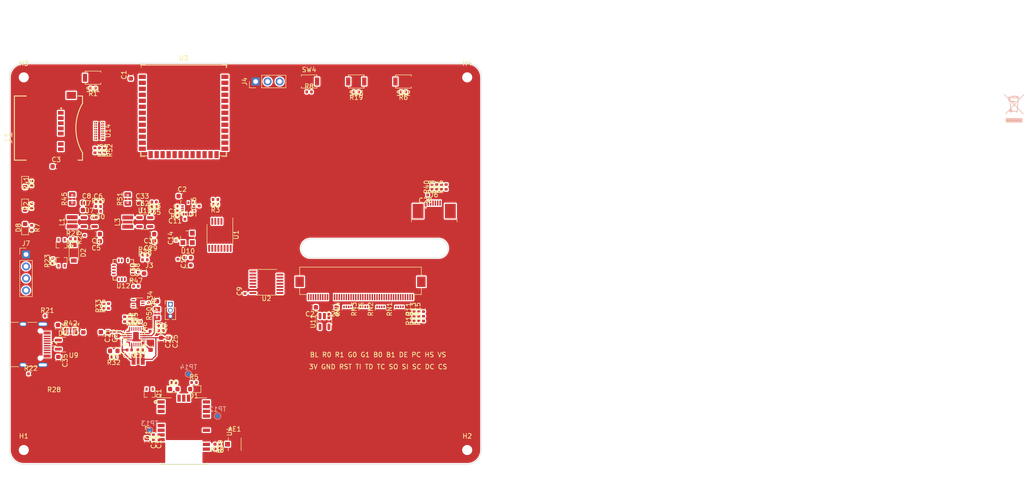
<source format=kicad_pcb>
(kicad_pcb (version 20211014) (generator pcbnew)
  (layers (0 "F.Cu" signal) (1 "In1.Cu" signal) (2 "In2.Cu" signal) (31 "B.Cu" signal) (34 "B.Paste" user) (35 "F.Paste" user) (36 "B.SilkS" user "B.Silkscreen") (37 "F.SilkS" user "F.Silkscreen") (38 "B.Mask" user) (39 "F.Mask" user) (44 "Edge.Cuts" user))
  (net 0 "")
  (net 1 "Net-(C16-Pad1)")
  (net 2 "VBUS")
  (net 3 "VDD_NVDC")
  (net 4 "+BATT")
  (net 5 "/GPS/GPS_RF")
  (net 6 "Net-(C6-Pad1)")
  (net 7 "/GPS/L96_1PPS")
  (net 8 "Net-(D3-Pad1)")
  (net 9 "/GPS/GPS_UART.RX")
  (net 10 "/GPS/GPS_UART.TX")
  (net 11 "VDD_CORE_3V3")
  (net 12 "Net-(C13-Pad1)")
  (net 13 "Net-(C6-Pad2)")
  (net 14 "VDD_AUX_3V3")
  (net 15 "Net-(C31-Pad1)")
  (net 16 "Net-(C10-Pad1)")
  (net 17 "Net-(C10-Pad2)")
  (net 18 "Net-(C31-Pad2)")
  (net 19 "Net-(D1-Pad2)")
  (net 20 "/Display/SYS_I2C.SDA")
  (net 21 "Net-(C23-Pad1)")
  (net 22 "Net-(C37-Pad1)")
  (net 23 "/Display/SYS_I2C.SCL")
  (net 24 "Net-(D3-Pad2)")
  (net 25 "/Power/PORT_D+")
  (net 26 "/Power/PORT_D-")
  (net 27 "Net-(J2-PadA5)")
  (net 29 "Net-(J2-PadB5)")
  (net 31 "Net-(J3-Pad2)")
  (net 32 "Net-(L1-Pad1)")
  (net 33 "/Power/CORE_ENABLE")
  (net 34 "Net-(D5-Pad1)")
  (net 35 "Net-(D7-Pad2)")
  (net 36 "Net-(D8-Pad2)")
  (net 37 "Net-(R19-Pad1)")
  (net 38 "/Power/USB_CHG.D-")
  (net 39 "/Power/USB_CHG.D+")
  (net 40 "/Power/USB_ESP.D-")
  (net 41 "Net-(R31-Pad2)")
  (net 42 "/Power/BOOTSTRAP")
  (net 43 "Net-(J1-Pad1)")
  (net 44 "Net-(J1-Pad2)")
  (net 45 "Net-(J1-Pad3)")
  (net 46 "Net-(R36-Pad2)")
  (net 47 "/Power/USB_ESP.D+")
  (net 48 "Net-(J1-Pad5)")
  (net 49 "Net-(D6-Pad2)")
  (net 50 "Net-(J1-Pad7)")
  (net 51 "/Power/BMS_INT")
  (net 52 "/Processor/NAV_BTN")
  (net 53 "/Processor/BOOT_BTN")
  (net 54 "/Display/IM0")
  (net 55 "/Display/IM1")
  (net 56 "/Display/IM2")
  (net 57 "~{RESET}")
  (net 58 "/Display/LCD_CTRL.VSYNC")
  (net 59 "/Display/LCD_CTRL.HSYNC")
  (net 60 "/Display/LCD_CTRL.PCLK")
  (net 61 "/Display/LCD_CTRL.DE")
  (net 62 "/Display/LCD_RGB.B1")
  (net 63 "/Display/LCD_RGB.B0")
  (net 64 "/Display/LCD_RGB.G2")
  (net 65 "/Display/LCD_RGB.G1")
  (net 66 "/Display/LCD_RGB.G0")
  (net 67 "/Display/LCD_RGB.R2")
  (net 68 "/Display/LCD_RGB.R1")
  (net 69 "/Display/LCD_RGB.R0")
  (net 70 "/Display/LCD_SPI.MISO")
  (net 71 "/Display/DISPLAY_BL")
  (net 72 "Net-(J1-Pad8)")
  (net 73 "/Power/SHUTDOWN")
  (net 74 "/Power/POWER_BUTTON")
  (net 75 "Net-(D5-Pad2)")
  (net 76 "/Display/LCD_SPI.MOSI")
  (net 77 "/Display/RD")
  (net 78 "/GPS/ANT_RF")
  (net 79 "/GPS/MOD_RF")
  (net 86 "/Display/LCD_SPI.SCLK")
  (net 87 "Net-(TP13-Pad1)")
  (net 88 "/Display/LCD_SPI.DC")
  (net 89 "Net-(R34-Pad1)")
  (net 90 "Net-(R36-Pad1)")
  (net 91 "Net-(R44-Pad1)")
  (net 92 "Net-(R46-Pad1)")
  (net 93 "/Power/ISENSE_INT")
  (net 94 "/Display/LCDK4")
  (net 95 "/Display/TOUCH_INT")
  (net 96 "/Display/LCDK3")
  (net 97 "/Display/LCDK2")
  (net 98 "/Display/LCDK1")
  (net 103 "/Power/ISENSE_SDA")
  (net 104 "/Power/ISENSE_SCL")
  (net 105 "Net-(L3-Pad1)")
  (net 106 "/Processor/STATUS_IOEXP0")
  (net 107 "/Processor/STATUS_IOEXP1")
  (net 108 "Net-(R9-Pad1)")
  (net 109 "/Processor/STATUS_ESP")
  (net 110 "/Display/LCD_SPI_CS")
  (net 111 "/Display/LCD_MUX0")
  (net 112 "/Display/LCD_MUX1")
  (net 113 "/Display/LCD_MUX2")
  (net 114 "/GPS/GPS_FIX")
  (net 115 "/GPS/GPS_FORCE_ON")
  (net 116 "/Power/AUX_REG_EN")
  (net 117 "/Processor/IOEXP_INT")
  (net 121 "/Power/VCORE_S-")
  (net 122 "/Power/VCORE_S+")
  (net 123 "/Power/VAUX_S-")
  (net 124 "/Power/VAUX_S+")
  (net 125 "/Power/VBUS_S+")
  (net 126 "/Power/VBUS_S-")
  (net 127 "/Power/VBAT_S-")
  (net 128 "/Power/VBAT_S+")
  (net 129 "/Display/LCD_MUX3")
  (net 130 "/Processor/SDMMC.D1")
  (net 131 "/Processor/SDMMC.D2")
  (net 132 "/Processor/SDMMC.D0")
  (net 133 "/Processor/SDMMC.CLK")
  (net 134 "/Processor/SDMMC.CMD")
  (net 135 "/Processor/SDMMC.D3")
  (net 139 "/Processor/DEBUG_TX")
  (net 140 "/Processor/DEBUG_RX")
  (net 141 "Net-(R50-Pad1)")
  (net 142 "Net-(R52-Pad1)")
  (net 143 "Net-(R53-Pad1)")
  (net 144 "Net-(R54-Pad1)")
  (net 145 "Net-(C35-Pad1)")
  (net 146 "GND")
  (footprint "Resistor_SMD:R_0402_1005Metric" (layer "F.Cu") (at 111.856448 113.259977 90)
    (fp_text reference "R12")
    (fp_text value "100k")
  )
  (footprint "Resistor_SMD:R_0402_1005Metric" (layer "F.Cu") (at 50.6 113.39 -90)
    (fp_text reference "R25")
    (fp_text value "0")
  )
  (footprint "bt_Package_LGA:TE_MS563702BA03-50" (layer "F.Cu") (at 62.85 96.15 90)
    (fp_text reference "U6")
    (fp_text value "MS5637-02BA03")
  )
  (footprint "Resistor_SMD:R_0402_1005Metric" (layer "F.Cu") (at 57.2 114.8 180)
    (fp_text reference "R37")
    (fp_text value "14k")
  )
  (footprint "LED_SMD:LED_0603_1608Metric" (layer "F.Cu") (at 28.4 89.4 -90)
    (fp_text reference "D7")
    (fp_text value "LED_Small_Filled")
  )
  (footprint "Resistor_SMD:R_0402_1005Metric" (layer "F.Cu") (at 43.9 90.5 180)
    (fp_text reference "R30")
    (fp_text value "100k")
  )
  (footprint "Resistor_SMD:R_0402_1005Metric" (layer "F.Cu") (at 117.656448 85.349977 90)
    (fp_text reference "R16")
    (fp_text value "4.7k")
  )
  (footprint "Resistor_SMD:R_0402_1005Metric" (layer "F.Cu") (at 69.16 139.8925 180)
    (fp_text reference "R38")
    (fp_text value "0")
  )
  (footprint "Resistor_SMD:R_0402_1005Metric" (layer "F.Cu") (at 112.856448 111.259977 90)
    (fp_text reference "R15")
    (fp_text value "100k")
  )
  (footprint "Resistor_SMD:R_0402_1005Metric" (layer "F.Cu") (at 43.2 77.6 -90)
    (fp_text reference "R53")
    (fp_text value "0")
  )
  (footprint "Resistor_SMD:R_0402_1005Metric" (layer "F.Cu") (at 53.8 100.8)
    (fp_text reference "R49")
    (fp_text value "0")
  )
  (footprint "Resistor_SMD:R_0402_1005Metric" (layer "F.Cu") (at 110.856448 111.259977 90)
    (fp_text reference "R11")
    (fp_text value "100k")
  )
  (footprint "LED_SMD:LED_0603_1608Metric" (layer "F.Cu") (at 59.9225 128.2)
    (fp_text reference "D5")
    (fp_text value "LED_Small_Filled")
  )
  (footprint "Connector_FFC-FPC:TE_0-1734839-8_1x08-1MP_P0.5mm_Horizontal" (layer "F.Cu") (at 115.125 90.125)
    (fp_text reference "J6")
    (fp_text value "CapTouch")
  )
  (footprint "Inductor_SMD:L_Wuerth_MAPI-2510" (layer "F.Cu") (at 52.3675 121.9)
    (fp_text reference "L2")
    (fp_text value "0.47u")
  )
  (footprint "Resistor_SMD:R_0402_1005Metric" (layer "F.Cu") (at 44.2 77.6 -90)
    (fp_text reference "R54")
    (fp_text value "0")
  )
  (footprint "Connector_PinHeader_2.54mm:PinHeader_1x04_P2.54mm_Vertical" (layer "F.Cu") (at 28.6 99.66)
    (fp_text reference "J7")
    (fp_text value "I2C ISENSE")
  )
  (footprint "Resistor_SMD:R_0402_1005Metric" (layer "F.Cu") (at 51.9 106.4)
    (fp_text reference "R47")
    (fp_text value "0")
  )
  (footprint "Resistor_SMD:R_0402_1005Metric" (layer "F.Cu") (at 60.2 90.4 180)
    (fp_text reference "R9")
    (fp_text value "10k")
  )
  (footprint "Package_TO_SOT_SMD:SOT-323_SC-70" (layer "F.Cu") (at 54.8 129.2 -90)
    (fp_text reference "Q1")
    (fp_text value "Q_NMOS_DGS")
  )
  (footprint "Mounting_Wuerth:Mounting_Wuerth_WA-SMSI-M1.6_H2mm_9774020633" (layer "F.Cu") (at 28.12132 141.12132)
    (fp_text reference "H1")
    (fp_text value "BL")
  )
  (footprint "Package_DFN_QFN:UQFN-16-1EP_4x4mm_P0.65mm_EP2.7x2.7mm" (layer "F.Cu") (at 49.225 102.925 180)
    (fp_text reference "U12")
    (fp_text value "PAC1944")
  )
  (footprint "Resistor_SMD:R_0402_1005Metric" (layer "F.Cu") (at 88.6 65.2)
    (fp_text reference "R8")
    (fp_text value "100k")
  )
  (footprint "Resistor_SMD:R_0402_1005Metric" (layer "F.Cu") (at 57.2 115.8)
    (fp_text reference "R36")
    (fp_text value "14k")
  )
  (footprint "Resistor_SMD:R_0402_1005Metric" (layer "F.Cu") (at 49.5 113.39 -90)
    (fp_text reference "R24")
    (fp_text value "0")
  )
  (footprint "Mounting_Wuerth:Mounting_Wuerth_WA-SMSI-M1.6_H2mm_9774020633" (layer "F.Cu") (at 122.12132 141.12132)
    (fp_text reference "H2")
    (fp_text value "BR")
  )
  (footprint "Resistor_SMD:R_0402_1005Metric" (layer "F.Cu") (at 55.75 89.55 180)
    (fp_text reference "R35")
    (fp_text value "?")
  )
  (footprint "Capacitor_SMD:C_0603_1608Metric" (layer "F.Cu") (at 40.75 115.4 90)
    (fp_text reference "C41")
    (fp_text value "4.7u")
  )
  (footprint "Resistor_SMD:R_0402_1005Metric" (layer "F.Cu") (at 29.8 84.6 90)
    (fp_text reference "R41")
    (fp_text value "1k")
  )
  (footprint "Package_LGA:LGA-16_3x3mm_P0.5mm_LayoutBorder3x5y" (layer "F.Cu") (at 63 89.9 90)
    (fp_text reference "U5")
    (fp_text value "FXOS8700CQR1")
  )
  (footprint "Capacitor_SMD:C_0603_1608Metric" (layer "F.Cu") (at 46 116.9 -90)
    (fp_text reference "C22")
    (fp_text value "4.7u")
  )
  (footprint "Capacitor_SMD:C_0402_1005Metric" (layer "F.Cu") (at 65.3 88.92 90)
    (fp_text reference "C16")
    (fp_text value "0.1u")
  )
  (footprint "Capacitor_SMD:C_0402_1005Metric" (layer "F.Cu") (at 55.6 137.4 90)
    (fp_text reference "C17")
    (fp_text value "0.1u")
  )
  (footprint "Capacitor_SMD:C_0402_1005Metric" (layer "F.Cu") (at 75.006448 107.459977 90)
    (fp_text reference "C9")
    (fp_text value "0.1u")
  )
  (footprint "Resistor_SMD:R_0402_1005Metric" (layer "F.Cu") (at 46.1 110.59 90)
    (fp_text reference "R26")
    (fp_text value "0")
  )
  (footprint "Resistor_SMD:R_Array_Concave_4x0402" (layer "F.Cu") (at 100.256448 111.259977 90)
    (fp_text reference "RN3")
    (fp_text value "100k")
  )
  (footprint "Resistor_SMD:R_0402_1005Metric" (layer "F.Cu") (at 29.8 94 -90)
    (fp_text reference "R7")
    (fp_text value "1k")
  )
  (footprint "Package_TO_SOT_SMD:SOT-23-6" (layer "F.Cu") (at 91.856448 113.859977 90)
    (fp_text reference "U11")
    (fp_text value "AP2502")
  )
  (footprint "Connector_FFC-FPC:Hirose_FH12-45S-0.5SH_1x45-1MP_P0.50mm_Horizontal" (layer "F.Cu") (at 99.5 106.85 180)
    (fp_text reference "J5")
    (fp_text value "Conn_01x45_Shielded")
  )
  (footprint "Resistor_SMD:R_0402_1005Metric" (layer "F.Cu") (at 114.656448 85.349977 90)
    (fp_text reference "R40")
    (fp_text value "4.7k")
  )
  (footprint "Resistor_SMD:R_0402_1005Metric" (layer "F.Cu") (at 68.65 140.39 -90)
    (fp_text reference "R39")
    (fp_text value "0")
  )
  (footprint "Diode_SMD:D_SOD-123" (layer "F.Cu") (at 38.7375 99.3 -90)
    (fp_text reference "D2")
    (fp_text value "MBR0540")
  )
  (footprint "Resistor_SMD:R_0402_1005Metric" (layer "F.Cu") (at 55.75 90.55)
    (fp_text reference "R43")
    (fp_text value "100k")
  )
  (footprint "Resistor_SMD:R_0402_1005Metric" (layer "F.Cu") (at 43.9 89.5)
    (fp_text reference "R29")
    (fp_text value "?")
  )
  (footprint "Capacitor_SMD:C_0603_1608Metric" (layer "F.Cu") (at 41.425 90.25)
    (fp_text reference "C7")
    (fp_text value "10u")
  )
  (footprint "Mounting_Wuerth:Mounting_Wuerth_WA-SMSI-M1.6_H2mm_9774020633" (layer "F.Cu") (at 28.12132 62.12132)
    (fp_text reference "H3")
    (fp_text value "TL")
  )
  (footprint "Capacitor_SMD:C_0603_1608Metric" (layer "F.Cu") (at 53.25 88.75)
    (fp_text reference "C33")
    (fp_text value "10u")
  )
  (footprint "bt_Connector_uSD:GCT_MEM2067-02-180-00-A_REVB" (layer "F.Cu") (at 33.35 72.875 90)
    (fp_text reference "J1")
    (fp_text value "MEM2067")
  )
  (footprint "Capacitor_SMD:C_0603_1608Metric" (layer "F.Cu") (at 55 95.35 180)
    (fp_text reference "C30")
    (fp_text value "1u")
  )
  (footprint "Resistor_SMD:R_0402_1005Metric" (layer "F.Cu") (at 29.8 89.4 90)
    (fp_text reference "R2")
    (fp_text value "1k")
  )
  (footprint "Capacitor_SMD:C_0603_1608Metric" (layer "F.Cu") (at 50.8 61.6 90)
    (fp_text reference "C1")
    (fp_text value "4.7u")
  )
  (footprint "Capacitor_SMD:C_0603_1608Metric" (layer "F.Cu") (at 43.47 96.854 180)
    (fp_text reference "C5")
    (fp_text value "4.7u")
  )
  (footprint "Resistor_SMD:R_0402_1005Metric" (layer "F.Cu") (at 34.2875 101.05 90)
    (fp_text reference "R23")
    (fp_text value "100k")
  )
  (footprint "Button_Switch_SMD:SW_SPST_B3U-1000P" (layer "F.Cu") (at 108.6 63 180)
    (fp_text reference "SW2")
    (fp_text value "BOOT")
  )
  (footprint "Button_Switch_SMD:SW_SPST_B3U-1000P" (layer "F.Cu") (at 98.6 63 180)
    (fp_text reference "SW3")
    (fp_text value "POWER")
  )
  (footprint "Capacitor_SMD:C_0603_1608Metric" (layer "F.Cu") (at 55 96.9 180)
    (fp_text reference "C29")
    (fp_text value "4.7u")
  )
  (footprint "Mounting_Wuerth:Mounting_Wuerth_WA-SMSI-M1.6_H2mm_9774020633" (layer "F.Cu") (at 122.12132 62.12132)
    (fp_text reference "H4")
    (fp_text value "TR")
  )
  (footprint "bt_Resistor:R_0805_4WKelvin" (layer "F.Cu") (at 38.38 87.885 90)
    (fp_text reference "R45")
    (fp_text value "R_Shunt")
  )
  (footprint "Resistor_SMD:R_0402_1005Metric" (layer "F.Cu") (at 110.856448 113.259977 90)
    (fp_text reference "R10")
    (fp_text value "100k")
  )
  (footprint "Capacitor_SMD:C_0402_1005Metric" (layer "F.Cu") (at 60.2 91.4 180)
    (fp_text reference "C11")
    (fp_text value "0.1u")
  )
  (footprint "Package_DFN_QFN:TDFN-8-1EP_2x2mm_P0.5mm_EP0.8x1.2mm" (layer "F.Cu") (at 52.3495 110 180)
    (fp_text reference "U9")
    (fp_text value "MAX17048G")
  )
  (footprint "Capacitor_SMD:C_0603_1608Metric" (layer "F.Cu") (at 43.47 95.33525 180)
    (fp_text reference "C4")
    (fp_text value "1u")
  )
  (footprint "Package_TO_SOT_SMD:SOT-323_SC-70" (layer "F.Cu") (at 36.1375 97.55 -90)
    (fp_text reference "Q3")
    (fp_text value "Q_NMOS_DGS")
  )
  (footprint "Capacitor_SMD:C_0402_1005Metric" (layer "F.Cu") (at 60.2 89.4 180)
    (fp_text reference "C12")
    (fp_text value "0.1u")
  )
  (footprint "Package_LGA:VLGA-4_2x2.5mm_P1.65mm" (layer "F.Cu") (at 62.9 101.15)
    (fp_text reference "U10")
    (fp_text value "LTR-329ALS-01")
  )
  (footprint "Connector_PinHeader_1.27mm:PinHeader_1x03_P1.27mm_Vertical" (layer "F.Cu") (at 59.2 110.225)
    (fp_text reference "J3")
    (fp_text value "BATTERY")
  )
  (footprint "Resistor_SMD:R_0402_1005Metric" (layer "F.Cu") (at 42.8 64.4 180)
    (fp_text reference "R1")
    (fp_text value "100k")
  )
  (footprint "Resistor_SMD:R_0402_1005Metric" (layer "F.Cu") (at 64.2 126.8)
    (fp_text reference "R5")
    (fp_text value "1k")
  )
  (footprint "Capacitor_SMD:C_0603_1608Metric" (layer "F.Cu") (at 54.2 139.4 -90)
    (fp_text reference "C18")
    (fp_text value "4.7u")
  )
  (footprint "Package_SO:TSSOP-16_4.4x5mm_P0.65mm" (layer "F.Cu") (at 69.7 95.5 -90)
    (fp_text reference "U1")
    (fp_text value "PI4IOE5V9554A")
  )
  (footprint "Resistor_SMD:R_0402_1005Metric" (layer "F.Cu") (at 98.6 65.2 180)
    (fp_text reference "R19")
    (fp_text value "100k")
  )
  (footprint "Resistor_SMD:R_0402_1005Metric" (layer "F.Cu") (at 45.2 77.6 -90)
    (fp_text reference "R52")
    (fp_text value "0")
  )
  (footprint "Resistor_SMD:R_0402_1005Metric" (layer "F.Cu") (at 51.7 113.39 90)
    (fp_text reference "R34")
    (fp_text value "14k")
  )
  (footprint "Resistor_SMD:R_0402_1005Metric" (layer "F.Cu") (at 53.8 99.79)
    (fp_text reference "R48")
    (fp_text value "0")
  )
  (footprint "Package_TO_SOT_SMD:SOT-323_SC-70" (layer "F.Cu") (at 36.1375 101.05 90)
    (fp_text reference "Q2")
    (fp_text value "Q_NMOS_DGS")
  )
  (footprint "Capacitor_SMD:C_0603_1608Metric" (layer "F.Cu") (at 48 117.7 -90)
    (fp_text reference "C23")
    (fp_text value "10u")
  )
  (footprint "Resistor_SMD:R_0402_1005Metric" (layer "F.Cu") (at 52.8 119.9 180)
    (fp_text reference "R31")
    (fp_text value "1k")
  )
  (footprint "Resistor_SMD:R_0402_1005Metric" (layer "F.Cu") (at 47.2 121.4 180)
    (fp_text reference "R32")
    (fp_text value "1k")
  )
  (footprint "LED_SMD:LED_0603_1608Metric" (layer "F.Cu") (at 28.4 94 90)
    (fp_text reference "D8")
    (fp_text value "LED_Small_Filled")
  )
  (footprint "bt_Resistor:R_0805_4WKelvin" (layer "F.Cu") (at 56.35 112.2 90)
    (fp_text reference "R50")
    (fp_text value "R_Shunt")
  )
  (footprint "Capacitor_SMD:C_0402_1005Metric" (layer "F.Cu") (at 113.256448 87.059977 180)
    (fp_text reference "C28")
    (fp_text value "0.1u")
  )
  (footprint "LED_SMD:LED_0603_1608Metric" (layer "F.Cu") (at 64.18 128.2 180)
    (fp_text reference "D1")
    (fp_text value "LED_Small_Filled")
  )
  (footprint "Capacitor_SMD:C_0402_1005Metric" (layer "F.Cu") (at 43.9 88.5)
    (fp_text reference "C6")
    (fp_text value "10p")
  )
  (footprint "Capacitor_SMD:C_0402_1005Metric" (layer "F.Cu") (at 60.8 101.15 -90)
    (fp_text reference "C15")
    (fp_text value "0.1u")
  )
  (footprint "Capacitor_SMD:C_0402_1005Metric" (layer "F.Cu") (at 55.75 88.55 180)
    (fp_text reference "C31")
    (fp_text value "10p")
  )
  (footprint "Package_TO_SOT_SMD:SOT-23-5" (layer "F.Cu") (at 42 92.8)
    (fp_text reference "U7")
    (fp_text value "TLV62569DBV/AP3428")
  )
  (footprint "Capacitor_SMD:C_0603_1608Metric" (layer "F.Cu") (at 61.7 87.3)
    (fp_text reference "C2")
    (fp_text value "4.7u")
  )
  (footprint "Capacitor_SMD:C_0603_1608Metric" (layer "F.Cu") (at 53.25 90.3)
    (fp_text reference "C32")
    (fp_text value "10u")
  )
  (footprint "Capacitor_SMD:C_0402_1005Metric" (layer "F.Cu") (at 60.425 96.1875 90)
    (fp_text reference "C14")
    (fp_text value "0.1u")
  )
  (footprint "Capacitor_SMD:C_0603_1608Metric" (layer "F.Cu") (at 57.25 118.1 -90)
    (fp_text reference "C24")
    (fp_text value "10u")
  )
  (footprint "Connector_PinHeader_2.54mm:PinHeader_1x03_P2.54mm_Vertical" (layer "F.Cu") (at 77.275 63 90)
    (fp_text reference "J4")
    (fp_text value "Debug UART")
  )
  (footprint "Resistor_SMD:R_Array_Concave_4x0402" (layer "F.Cu") (at 107.756448 111.259977 90)
    (fp_text reference "RN1")
    (fp_text value "100k")
  )
  (footprint "bt_Espressif:ESP32-S3-WROOM-1U" (layer "F.Cu") (at 62 69)
    (fp_text reference "U3")
    (fp_text value "ESP32-S3-WROOM-1-PinOrder")
  )
  (footprint "Resistor_SMD:R_0402_1005Metric" (layer "F.Cu") (at 38.5375 96.35)
    (fp_text reference "R27")
    (fp_text value "100k")
  )
  (footprint "Capacitor_SMD:C_0603_1608Metric" (layer "F.Cu") (at 55 119.1 90)
    (fp_text reference "C37")
    (fp_text value "10u")
  )
  (footprint "Capacitor_SMD:C_0402_1005Metric" (layer "F.Cu") (at 62.75 92.2)
    (fp_text reference "C13")
    (fp_text value "0.1u")
  )
  (footprint "bt_Module_GPS:Quectel_L96-M33" (layer "F.Cu") (at 62.0375 137.125)
    (fp_text reference "U4")
    (fp_text value "L96-M33")
  )
  (footprint "Capacitor_SMD:C_0603_1608Metric" (layer "F.Cu") (at 41.425 88.725)
    (fp_text reference "C8")
    (fp_text value "10u")
  )
  (footprint "Capacitor_SMD:C_0603_1608Metric" (layer "F.Cu") (at 35 81)
    (fp_text reference "C3")
    (fp_text value "4.7u")
  )
  (footprint "Capacitor_SMD:C_0603_1608Metric" (layer "F.Cu") (at 89.256448 110.859977 180)
    (fp_text reference "C27")
    (fp_text value "1u")
  )
  (footprint "bt_Package_DFN:UDFN-16-4x1.6_P0.5mm_EP3x0.5mm" (layer "F.Cu") (at 44.1 73.475 90)
    (fp_text reference "U14")
    (fp_text value "EClamp2410P")
  )
  (footprint "Package_TO_SOT_SMD:SOT-23" (layer "F.Cu") (at 36.37882 118.77)
    (fp_text reference "D4")
    (fp_text value "PESD3V3L2UM")
  )
  (footprint "Resistor_SMD:R_0402_1005Metric" (layer "F.Cu") (at 111.856448 111.259977 90)
    (fp_text reference "R13")
    (fp_text value "100k")
  )
  (footprint "Capacitor_SMD:C_0402_1005Metric" (layer "F.Cu") (at 52.425 102.925 90)
    (fp_text reference "C39")
    (fp_text value "0.1u")
  )
  (footprint "Resistor_SMD:R_0402_1005Metric" (layer "F.Cu") (at 59.9025 126.8 180)
    (fp_text reference "R28")
    (fp_text value "1k")
  )
  (footprint "Capacitor_SMD:C_0402_1005Metric" (layer "F.Cu") (at 55.6 139.4 -90)
    (fp_text reference "C19")
    (fp_text value "0.1u")
  )
  (footprint "Capacitor_SMD:C_0402_1005Metric" (layer "F.Cu") (at 54.5495 110.35 -90)
    (fp_text reference "C20")
    (fp_text value "0.1u")
  )
  (footprint "Package_TO_SOT_SMD:SOT-23-5" (layer "F.Cu") (at 53.8 92.8)
    (fp_text reference "U13")
    (fp_text value "TLV62569DBV/AP3428")
  )
  (footprint "bt_Package_QFN:MP_QFN-26-3.5x3.5_P0.45mm" (layer "F.Cu") (at 51.9 117.1)
    (fp_text reference "U8")
    (fp_text value "MP2723")
  )
  (footprint "Resistor_SMD:R_0402_1005Metric" (layer "F.Cu") (at 52.8 113.39 90)
    (fp_text reference "R44")
    (fp_text value "0")
  )
  (footprint "Button_Switch_SMD:SW_SPST_B3U-1000P" (layer "F.Cu") (at 88.6 63)
    (fp_text reference "SW4")
    (fp_text value "NAV")
  )
  (footprint "Capacitor_SMD:C_0603_1608Metric" (layer "F.Cu") (at 56.35 108.8 90)
    (fp_text reference "C34")
    (fp_text value "10u")
  )
  (footprint "bt_Resistor:R_0805_4WKelvin" (layer "F.Cu") (at 38.05 115.925)
    (fp_text reference "R42")
    (fp_text value "R_Shunt")
  )
  (footprint "Resistor_SMD:R_0402_1005Metric" (layer "F.Cu") (at 54.9 115.4 90)
    (fp_text reference "R46")
    (fp_text value "0")
  )
  (footprint "bt_Resistor:R_0805_4WKelvin" (layer "F.Cu") (at 50.15 87.91 90)
    (fp_text reference "R51")
    (fp_text value "R_Shunt")
  )
  (footprint "Inductor_SMD:L_Wuerth_MAPI-2510" (layer "F.Cu") (at 38.375 92.75 90)
    (fp_text reference "L1")
    (fp_text value "1u")
  )
  (footprint "Capacitor_SMD:C_0603_1608Metric" (layer "F.Cu") (at 35.45 122.15 -90)
    (fp_text reference "C35")
    (fp_text value "4.7u")
  )
  (footprint "Resistor_SMD:R_0402_1005Metric" (layer "F.Cu") (at 115.656448 85.349977 90)
    (fp_text reference "R18")
    (fp_text value "4.7k")
  )
  (footprint "Connector_Coaxial:U.FL_Hirose_U.FL-R-SMT-1_Vertical" (layer "F.Cu") (at 72.36 139.8925)
    (fp_text reference "AE1")
    (fp_text value "Antenna_Shield")
  )
  (footprint "Resistor_SMD:R_0402_1005Metric" (layer "F.Cu") (at 68.75 88 180)
    (fp_text reference "R4")
    (fp_text value "4.7k")
  )
  (footprint "Resistor_SMD:R_0402_1005Metric" (layer "F.Cu") (at 112.856448 113.259977 90)
    (fp_text reference "R14")
    (fp_text value "100k")
  )
  (footprint "Resistor_SMD:R_0402_1005Metric" (layer "F.Cu") (at 41.03 96.128 90)
    (fp_text reference "R20")
    (fp_text value "100k")
  )
  (footprint "LED_SMD:LED_0603_1608Metric" (layer "F.Cu") (at 47.2 120.1 180)
    (fp_text reference "D3")
    (fp_text value "LED_Small_Filled")
  )
  (footprint "Capacitor_SMD:C_0603_1608Metric" (layer "F.Cu") (at 35.35 115.4 -90)
    (fp_text reference "C36")
    (fp_text value "4.7u")
  )
  (footprint "Inductor_SMD:L_Wuerth_MAPI-2510" (layer "F.Cu") (at 50.15 92.8 90)
    (fp_text reference "L3")
    (fp_text value "1u")
  )
  (footprint "Resistor_SMD:R_Array_Concave_4x0402" (layer "F.Cu") (at 96.756448 111.259977 90)
    (fp_text reference "RN4")
    (fp_text value "100k")
  )
  (footprint "Capacitor_SMD:C_0402_1005Metric" (layer "F.Cu") (at 50.5 119.9 180)
    (fp_text reference "C10")
    (fp_text value "0.1u")
  )
  (footprint "LED_SMD:LED_0603_1608Metric" (layer "F.Cu") (at 28.4 84.6 -90)
    (fp_text reference "D6")
    (fp_text value "LED_Small_Filled")
  )
  (footprint "Capacitor_SMD:C_0603_1608Metric" (layer "F.Cu") (at 53.625 102.925 90)
    (fp_text reference "C38")
    (fp_text value "4.7u")
  )
  (footprint "Resistor_SMD:R_Array_Concave_4x0402" (layer "F.Cu") (at 103.756448 111.259977 90)
    (fp_text reference "RN2")
    (fp_text value "100k")
  )
  (footprint "Resistor_SMD:R_0402_1005Metric" (layer "F.Cu") (at 45.1 110.59 90)
    (fp_text reference "R33")
    (fp_text value "0")
  )
  (footprint "Resistor_SMD:R_0402_1005Metric" (layer "F.Cu") (at 108.6 65.2 180)
    (fp_text reference "R6")
    (fp_text value "100k")
  )
  (footprint "Capacitor_SMD:C_0603_1608Metric" (layer "F.Cu") (at 58.8 118.1 -90)
    (fp_text reference "C25")
    (fp_text value "10u")
  )
  (footprint "Resistor_SMD:R_0402_1005Metric" (layer "F.Cu") (at 68.75 89.063 180)
    (fp_text reference "R3")
    (fp_text value "4.7k")
  )
  (footprint "Package_SO:TSSOP-16_4.4x5mm_P0.65mm" (layer "F.Cu") (at 79.556448 105.559977 180)
    (fp_text reference "U2")
    (fp_text value "74CBTLV3257")
  )
  (footprint "Capacitor_SMD:C_0603_1608Metric" (layer "F.Cu") (at 44.45 116.9 -90)
    (fp_text reference "C21")
    (fp_text value "4.7u")
  )
  (footprint "Capacitor_SMD:C_0603_1608Metric" (layer "F.Cu") (at 93.656448 110.859977 180)
    (fp_text reference "C26")
    (fp_text value "1u")
  )
  (footprint "Resistor_SMD:R_0402_1005Metric" (layer "F.Cu") (at 116.656448 85.349977 90)
    (fp_text reference "R17")
    (fp_text value "4.7k")
  )
  (footprint "Resistor_SMD:R_0402_1005Metric" (layer "F.Cu") (at 29.62882 124.9625)
    (fp_text reference "R22")
    (fp_text value "0")
  )
  (footprint "Button_Switch_SMD:SW_SPST_B3U-1000P" (layer "F.Cu") (at 42.8 62.2 180)
    (fp_text reference "SW1")
    (fp_text value "RESET")
  )
  (footprint "Connector_USB:USB_C_Receptacle_HRO_TYPE-C-31-M-12" (layer "F.Cu") (at 29.02882 118.75 -90)
    (fp_text reference "J2")
    (fp_text value "USB_C_Receptacle_USB2.0")
  )
  (footprint "Resistor_SMD:R_0402_1005Metric" (layer "F.Cu") (at 33.12882 112.7)
    (fp_text reference "R21")
    (fp_text value "0")
  )
  (footprint "TestPoint:TestPoint_Pad_D1.0mm" (layer "B.Cu") (at 69.2 133.925 180)
    (fp_text reference "TP12")
    (fp_text value "GPS_RST")
  )
  (footprint "TestPoint:TestPoint_Pad_D1.0mm" (layer "B.Cu") (at 54.8 136.925 180)
    (fp_text reference "TP13")
    (fp_text value "GPS_INT")
  )
  (footprint "TestPoint:TestPoint_Pad_D1.0mm" (layer "B.Cu") (at 63.0375 125 180)
    (fp_text reference "TP14")
    (fp_text value "GPS_FON")
  )
  (footprint "Symbol:WEEE-Logo_4.2x6mm_SilkScreen" (layer "B.Cu") (at 238.05 68.65 180)
    (fp_text reference "N6" hide)
    (fp_text value "Display Board" hide)
  )
  (gr_line locked (start 116.035442 100.359174) (end 88.877455 100.36078) (layer "Edge.Cuts") (width 0.1))
  (gr_arc (start 25.12132 62.12132) (mid 26 60) (end 28.12132 59.12132) (layer "Edge.Cuts") (width 0.1))
  (gr_arc locked (start 86.877455 98.36078) (mid 87.463182 96.946508) (end 88.877455 96.36078) (layer "Edge.Cuts") (width 0.1))
  (gr_arc (start 122.12132 59.12132) (mid 124.24264 60) (end 125.12132 62.12132) (layer "Edge.Cuts") (width 0.1))
  (gr_arc locked (start 88.877455 100.36078) (mid 87.463207 99.775026) (end 86.877455 98.36078) (layer "Edge.Cuts") (width 0.1))
  (gr_arc locked (start 118.035442 98.359174) (mid 117.449598 99.773329) (end 116.035442 100.359174) (layer "Edge.Cuts") (width 0.1))
  (gr_arc (start 28.12132 144.12132) (mid 25.99998 143.242649) (end 25.12132 141.12132) (layer "Edge.Cuts") (width 0.1))
  (gr_arc locked (start 116.035442 96.359174) (mid 117.449631 96.944987) (end 118.035442 98.359174) (layer "Edge.Cuts") (width 0.1))
  (gr_line locked (start 88.877455 96.36078) (end 116.035442 96.359174) (layer "Edge.Cuts") (width 0.1))
  (gr_line (start 25.12132 141.12132) (end 25.12132 62.12132) (layer "Edge.Cuts") (width 0.1))
  (gr_line (start 122.12132 59.12132) (end 28.12132 59.12132) (layer "Edge.Cuts") (width 0.1))
  (gr_arc (start 125.12132 141.12132) (mid 124.242634 143.242634) (end 122.12132 144.12132) (layer "Edge.Cuts") (width 0.1))
  (gr_line (start 125.12132 141.12132) (end 125.12132 62.12132) (layer "Edge.Cuts") (width 0.1))
  (gr_line (start 122.12132 144.12132) (end 28.12132 144.12132) (layer "Edge.Cuts") (width 0.1))
  (gr_text "3V GND RST TI TD TC SO SI SC DC CS" (at 103.225 123.475) (layer "F.SilkS") (effects (font (size 1 1))))
  (gr_text "BL R0 R1 G0 G1 B0 B1 DE PC HS VS" (at 103.225 120.925) (layer "F.SilkS") (effects (font (size 1 1))))
  (segment (start 50.45 116.425) (end 49.025 116.425) (width 0.25) (layer "F.Cu") (net 2))
  (segment (start 46.025 116.1) (end 46 116.125) (width 0.25) (layer "F.Cu") (net 2))
  (segment (start 49.025 116.425) (end 48.7 116.1) (width 0.25) (layer "F.Cu") (net 2))
  (segment (start 48.7 116.1) (end 46.025 116.1) (width 0.25) (layer "F.Cu") (net 2))
  (segment (start 56.125 121.075) (end 56.125 117.325) (width 0.25) (layer "F.Cu") (net 3))
  (segment (start 55.3 121.9) (end 56.125 121.075) (width 0.25) (layer "F.Cu") (net 3))
  (segment (start 53.35 117.325) (end 56.125 117.325) (width 0.25) (layer "F.Cu") (net 3))
  (segment (start 56.125 117.325) (end 56.8 117.325) (width 0.25) (layer "F.Cu") (net 3))
  (segment (start 58.35 117.325) (end 56.8 117.325) (width 0.25) (layer "F.Cu") (net 3))
  (segment (start 53.3425 121.9) (end 55.3 121.9) (width 0.25) (layer "F.Cu") (net 3))
  (segment (start 51 119.88) (end 50.98 119.9) (width 0.25) (layer "F.Cu") (net 16))
  (segment (start 51 118.75) (end 51 119.88) (width 0.25) (layer "F.Cu") (net 16))
  (segment (start 49 117.6) (end 49 119.8) (width 0.25) (layer "F.Cu") (net 17))
  (segment (start 50.45 117.325) (end 49.275 117.325) (width 0.25) (layer "F.Cu") (net 17))
  (segment (start 49.1 119.9) (end 49 119.8) (width 0.25) (layer "F.Cu") (net 17))
  (segment (start 49 119.8) (end 49 120.2) (width 0.25) (layer "F.Cu") (net 17))
  (segment (start 50.7 121.9) (end 50.0425 121.2425) (width 0.25) (layer "F.Cu") (net 17))
  (segment (start 49.275 117.325) (end 49 117.6) (width 0.25) (layer "F.Cu") (net 17))
  (segment (start 49 120.2) (end 50.7 121.9) (width 0.25) (layer "F.Cu") (net 17))
  (segment (start 50.02 119.9) (end 49.1 119.9) (width 0.25) (layer "F.Cu") (net 17))
  (segment (start 51.3925 121.9) (end 50.7 121.9) (width 0.25) (layer "F.Cu") (net 17))
  (segment (start 48.05 116.875) (end 48 116.925) (width 0.25) (layer "F.Cu") (net 21))
  (segment (start 50.45 116.875) (end 48.05 116.875) (width 0.25) (layer "F.Cu") (net 21))
  (segment (start 54.875 119.875) (end 53.3 118.3) (width 0.25) (layer "F.Cu") (net 22))
  (segment (start 55 119.875) (end 54.875 119.875) (width 0.25) (layer "F.Cu") (net 22))
  (segment (start 107.006448 108.706448) (end 107 108.7) (width 0.25) (layer "F.Cu") (net 61))
  (segment (start 53.35 116.425) (end 54.685 116.425) (width 0.25) (layer "F.Cu") (net 92))
  (segment (start 54.9 115.91) (end 54.9 116.21) (width 0.25) (layer "F.Cu") (net 92))
  (segment (start 54.685 116.425) (end 54.9 116.21) (width 0.25) (layer "F.Cu") (net 92))
  (segment (start 55.8 116.3) (end 55.225 116.875) (width 0.25) (layer "F.Cu") (net 141))
  (segment (start 55.8 113.14) (end 55.8 116.3) (width 0.25) (layer "F.Cu") (net 141))
  (segment (start 55.225 116.875) (end 53.35 116.875) (width 0.25) (layer "F.Cu") (net 141))
  (zone (net 146) (net_name "GND") (layer "F.Cu") (priority 1) (connect_pads yes (clearance 0.254)) (min_thickness 0.254) (fill yes (thermal_gap 0.508) (thermal_bridge_width 0.508) (smoothing fillet))
    (polygon (pts (xy 125.1 144.1) (xy 25.1 144.1) (xy 25.1 59) (xy 125.1 59)))
  )
  (zone (net 0) (net_name "") (layers "F.Cu" "In1.Cu" "In2.Cu" "B.Cu") (connect_pads (clearance 0)) (min_thickness 0.254)
    (keepout (tracks not_allowed) (vias not_allowed) (pads not_allowed) (copperpour not_allowed) (footprints not_allowed))
    (fill (thermal_gap 0.508) (thermal_bridge_width 0.508))
    (polygon (pts (xy 66 139) (xy 66 144.175) (xy 58.1 144.175) (xy 58.1 139)))
  )
  (zone (net 14) (net_name "VDD_AUX_3V3") (layer "F.Cu") (priority 1) (connect_pads yes (clearance 0.254)) (min_thickness 0.254) (fill yes (thermal_gap 0.508) (thermal_bridge_width 0.508) (smoothing fillet))
    (polygon (pts (xy 52.92275 90.70225) (xy 51.37275 92.25225) (xy 48.99775 92.25225) (xy 48.99775 90.40225) (xy 51.07275 88.32725) (xy 52.92275 88.32725)))
  )
)
</source>
